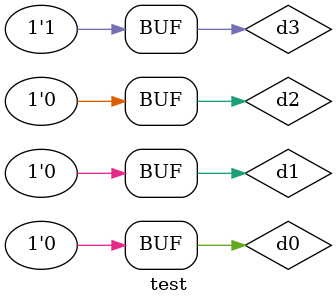
<source format=v>
module encoder4to2( b0,b1,d0,d1,d2,d3 );
	output b0,b1;
	input d0,d1,d2,d3;
	not n0(t0,d0);	//n0,n1,n2.n3 represent the NOT gates
	not n1(t1,d1);
	not n2(t2,d2);
	not n3(t3,d3);
	and a0(t4,t0,t1,d2,t3);	//a0,a1,a2,a3 represent the AND gates
	and a1(t5,t0,t1,t2,d3);
	and a2(t6,t0,d1,t2,t3);
	and a3(t7,t0,t1,t2,t3);
	or o0(b0,t4,t3);		//o0,o1 represent the OR gates
	or o1(b1,t6,d3);
endmodule

module test;
	wire b0,b1;
	reg d0,d1,d2,d3;
	encoder4to2 encg(b0,b1,d0,d1,d2,d3);
	initial
 	begin
		$dumpfile("program6.vcd");
		$dumpvars(0,test);
 		d0 = 1;d1 = 0;d2 = 0;d3 = 0;      //for the first 40ns inputs d0,d1,d2,d3 have
		 #40;		      		          // the values 0,0,0,0
		d0 = 0;d1 = 1;d2 = 0;d3 = 0;      //for the next 40ns inputs d0,d1,d2,d3 have
		 #40;					//the values 0,1,0,0
		d0 = 0;d1 = 0;d2 = 1;d3 = 0;     //for the next 40ns inputs d0,d1,d2,d3 have
		 #40;					//the values 0,0,1,0
		d0 = 0;d1 = 0;d2 = 0;d3 = 1;     //for the next 40ns inputs d0,d1,d2,d3 have
		#40;					//the values 0,0,0,1
	end
endmodule

</source>
